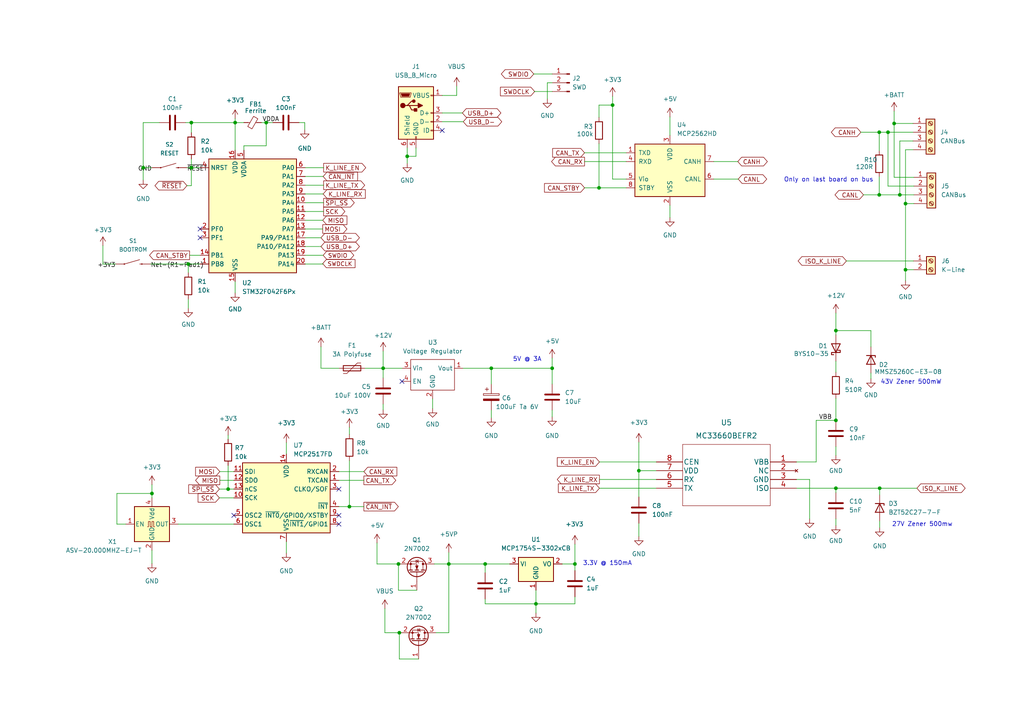
<source format=kicad_sch>
(kicad_sch (version 20211123) (generator eeschema)
  (paper "A4")
  (title_block (title "CANBus K-Line Bridge") (date "2023-03-05") (rev "1.0") (company "Gavin Hurlbut"))
  (lib_symbols
    (symbol "+BATT_1" (power) (pin_names (offset 0))
      (property "Value" "+BATT_1" (at 0 3.556 0))
      (symbol "+BATT_1_1_1"
        (pin power_in line (at 0 0 90) (length 0) hide (name "+BATT") (number "1"))
      )
    )
    (symbol "Beirdo:MOMENTARY-SWITCH-SPST-PTH-6.0MM" (pin_numbers hide) (pin_names (offset 1.016) hide)
      (property "Reference" "S1" (at 0 6.731 0))
      (property "Value" "MOMENTARY-SWITCH-SPST-PTH-6.0MM" (at 0 4.191 0))
      (symbol "MOMENTARY-SWITCH-SPST-PTH-6.0MM_1_1"
        (pin passive line (at -5.08 0 0) (length 2.54) (name "1") (number "1"))
        (pin passive line (at -5.08 -1.27 0) (length 2.54) hide (name "1") (number "2"))
        (pin passive line (at 5.08 0 180) (length 2.54) (name "2") (number "3"))
        (pin passive line (at 5.08 -1.27 180) (length 2.54) hide (name "2") (number "4"))
      )
    )
    (symbol "Beirdo:Switching_Regulator_Module"
      (property "Reference" "U?" (at 0 5.08 0))
      (property "Value" "Switching_Regulator_Module" (at 0 2.54 0))
      (symbol "Switching_Regulator_Module_1_1"
        (pin power_out line (at 8.89 -2.54 180) (length 2.54) (name "Vout") (number "1"))
        (pin passive line (at 0 -11.43 90) (length 2.54) (name "GND") (number "2"))
        (pin power_in line (at -8.89 -2.54 0) (length 2.54) (name "Vin") (number "3"))
        (pin input line (at -8.89 -6.35 0) (length 2.54) (name "EN") (number "4"))
      )
    )
    (symbol "Connector:Conn_01x03_Male" (pin_names (offset 1.016) hide)
      (property "Reference" "J" (at 0 5.08 0))
      (property "Value" "Conn_01x03_Male" (at 0 -5.08 0))
      (symbol "Conn_01x03_Male_1_1"
        (pin passive line (at 5.08 2.54 180) (length 3.81) (name "Pin_1") (number "1"))
        (pin passive line (at 5.08 0 180) (length 3.81) (name "Pin_2") (number "2"))
        (pin passive line (at 5.08 -2.54 180) (length 3.81) (name "Pin_3") (number "3"))
      )
    )
    (symbol "Connector:Screw_Terminal_01x02" (pin_names (offset 1.016) hide)
      (property "Reference" "J" (at 0 2.54 0))
      (property "Value" "Screw_Terminal_01x02" (at 0 -5.08 0))
      (symbol "Screw_Terminal_01x02_1_1"
        (pin passive line (at -5.08 0 0) (length 3.81) (name "Pin_1") (number "1"))
        (pin passive line (at -5.08 -2.54 0) (length 3.81) (name "Pin_2") (number "2"))
      )
    )
    (symbol "Connector:Screw_Terminal_01x04" (pin_names (offset 1.016) hide)
      (property "Reference" "J" (at 0 5.08 0))
      (property "Value" "Screw_Terminal_01x04" (at 0 -7.62 0))
      (symbol "Screw_Terminal_01x04_1_1"
        (pin passive line (at -5.08 2.54 0) (length 3.81) (name "Pin_1") (number "1"))
        (pin passive line (at -5.08 0 0) (length 3.81) (name "Pin_2") (number "2"))
        (pin passive line (at -5.08 -2.54 0) (length 3.81) (name "Pin_3") (number "3"))
        (pin passive line (at -5.08 -5.08 0) (length 3.81) (name "Pin_4") (number "4"))
      )
    )
    (symbol "Connector:USB_B_Micro" (pin_names (offset 1.016))
      (property "Reference" "J" (at -5.08 11.43 0))
      (property "Value" "USB_B_Micro" (at -5.08 8.89 0))
      (symbol "USB_B_Micro_1_1"
        (pin power_out line (at 7.62 5.08 180) (length 2.54) (name "VBUS") (number "1"))
        (pin bidirectional line (at 7.62 -2.54 180) (length 2.54) (name "D-") (number "2"))
        (pin bidirectional line (at 7.62 0 180) (length 2.54) (name "D+") (number "3"))
        (pin passive line (at 7.62 -5.08 180) (length 2.54) (name "ID") (number "4"))
        (pin power_out line (at 0 -10.16 90) (length 2.54) (name "GND") (number "5"))
        (pin passive line (at -2.54 -10.16 90) (length 2.54) (name "Shield") (number "6"))
      )
    )
    (symbol "Device:C" (pin_numbers hide) (pin_names (offset 0.254))
      (property "Reference" "C" (at 0.635 2.54 0))
      (property "Value" "C" (at 0.635 -2.54 0))
      (symbol "C_1_1"
        (pin passive line (at 0 3.81 270) (length 2.794) (name "~") (number "1"))
        (pin passive line (at 0 -3.81 90) (length 2.794) (name "~") (number "2"))
      )
    )
    (symbol "Device:C_Polarized" (pin_numbers hide) (pin_names (offset 0.254))
      (property "Reference" "C" (at 0.635 2.54 0))
      (property "Value" "C_Polarized" (at 0.635 -2.54 0))
      (symbol "C_Polarized_1_1"
        (pin passive line (at 0 3.81 270) (length 2.794) (name "~") (number "1"))
        (pin passive line (at 0 -3.81 90) (length 2.794) (name "~") (number "2"))
      )
    )
    (symbol "Device:D_Schottky" (pin_numbers hide) (pin_names (offset 1.016) hide)
      (property "Reference" "D" (at 0 2.54 0))
      (property "Value" "D_Schottky" (at 0 -2.54 0))
      (symbol "D_Schottky_1_1"
        (pin passive line (at -3.81 0 0) (length 2.54) (name "K") (number "1"))
        (pin passive line (at 3.81 0 180) (length 2.54) (name "A") (number "2"))
      )
    )
    (symbol "Device:D_Zener" (pin_numbers hide) (pin_names (offset 1.016) hide)
      (property "Reference" "D" (at 0 2.54 0))
      (property "Value" "D_Zener" (at 0 -2.54 0))
      (symbol "D_Zener_1_1"
        (pin passive line (at -3.81 0 0) (length 2.54) (name "K") (number "1"))
        (pin passive line (at 3.81 0 180) (length 2.54) (name "A") (number "2"))
      )
    )
    (symbol "Device:FerriteBead_Small" (pin_numbers hide) (pin_names (offset 0))
      (property "Reference" "FB" (at 1.905 1.27 0))
      (property "Value" "FerriteBead_Small" (at 1.905 -1.27 0))
      (symbol "FerriteBead_Small_1_1"
        (pin passive line (at 0 2.54 270) (length 1.27) (name "~") (number "1"))
        (pin passive line (at 0 -2.54 90) (length 1.27) (name "~") (number "2"))
      )
    )
    (symbol "Device:Polyfuse" (pin_numbers hide) (pin_names (offset 0))
      (property "Reference" "F" (at -2.54 0 90))
      (property "Value" "Polyfuse" (at 2.54 0 90))
      (symbol "Polyfuse_1_1"
        (pin passive line (at 0 3.81 270) (length 1.27) (name "~") (number "1"))
        (pin passive line (at 0 -3.81 90) (length 1.27) (name "~") (number "2"))
      )
    )
    (symbol "Device:R" (pin_numbers hide) (pin_names (offset 0))
      (property "Reference" "R" (at 2.032 0 90))
      (property "Value" "R" (at 0 0 90))
      (symbol "R_1_1"
        (pin passive line (at 0 3.81 270) (length 1.27) (name "~") (number "1"))
        (pin passive line (at 0 -3.81 90) (length 1.27) (name "~") (number "2"))
      )
    )
    (symbol "Interface_CAN_LIN:MCP2517FD-xSL"
      (property "Reference" "U" (at -12.7 12.7 0))
      (property "Value" "MCP2517FD-xSL" (at 2.54 12.7 0))
      (symbol "MCP2517FD-xSL_1_1"
        (pin output line (at 15.24 5.08 180) (length 2.54) (name "TXCAN") (number "1"))
        (pin input line (at -15.24 0 0) (length 2.54) (name "SCK") (number "10"))
        (pin input line (at -15.24 7.62 0) (length 2.54) (name "SDI") (number "11"))
        (pin output line (at -15.24 5.08 0) (length 2.54) (name "SDO") (number "12"))
        (pin input line (at -15.24 2.54 0) (length 2.54) (name "nCS") (number "13"))
        (pin power_in line (at 0 12.7 270) (length 2.54) (name "VDD") (number "14"))
        (pin input line (at 15.24 7.62 180) (length 2.54) (name "RXCAN") (number "2"))
        (pin output line (at 15.24 2.54 180) (length 2.54) (name "CLKO/SOF") (number "3"))
        (pin output line (at 15.24 -2.54 180) (length 2.54) (name "~{INT}") (number "4"))
        (pin output line (at -15.24 -5.08 0) (length 2.54) (name "OSC2") (number "5"))
        (pin input line (at -15.24 -7.62 0) (length 2.54) (name "OSC1") (number "6"))
        (pin power_in line (at 0 -12.7 90) (length 2.54) (name "VSS") (number "7"))
        (pin bidirectional line (at 15.24 -7.62 180) (length 2.54) (name "~{INT1}/GPIO1") (number "8"))
        (pin bidirectional line (at 15.24 -5.08 180) (length 2.54) (name "~{INT0}/GPIO0/XSTBY") (number "9"))
      )
    )
    (symbol "Interface_CAN_LIN:MCP2562-H-SN" (pin_names (offset 1.016))
      (property "Reference" "U" (at -10.16 8.89 0))
      (property "Value" "MCP2562-H-SN" (at 2.54 8.89 0))
      (symbol "MCP2562-H-SN_1_1"
        (pin input line (at -12.7 5.08 0) (length 2.54) (name "TXD") (number "1"))
        (pin power_in line (at 0 -10.16 90) (length 2.54) (name "VSS") (number "2"))
        (pin power_in line (at 0 10.16 270) (length 2.54) (name "VDD") (number "3"))
        (pin output line (at -12.7 2.54 0) (length 2.54) (name "RXD") (number "4"))
        (pin power_in line (at -12.7 -2.54 0) (length 2.54) (name "Vio") (number "5"))
        (pin bidirectional line (at 12.7 -2.54 180) (length 2.54) (name "CANL") (number "6"))
        (pin bidirectional line (at 12.7 2.54 180) (length 2.54) (name "CANH") (number "7"))
        (pin input line (at -12.7 -5.08 0) (length 2.54) (name "STBY") (number "8"))
      )
    )
    (symbol "MC33660BEFR2_1" (pin_names (offset 0.254))
      (property "Reference" "U" (at 20.32 10.16 0))
      (property "Value" "MC33660BEFR2_1" (at 20.32 7.62 0))
      (symbol "MC33660BEFR2_1_1_1"
        (pin power_in line (at 0 0 0) (length 7.62) (name "VBB") (number "1"))
        (pin no_connect line (at 0 -2.54 0) (length 7.62) (name "NC") (number "2"))
        (pin power_in line (at 0 -5.08 0) (length 7.62) (name "GND") (number "3"))
        (pin bidirectional line (at 0 -7.62 0) (length 7.62) (name "ISO") (number "4"))
        (pin input line (at 40.64 -7.62 180) (length 7.62) (name "TX") (number "5"))
        (pin output line (at 40.64 -5.08 180) (length 7.62) (name "RX") (number "6"))
        (pin power_in line (at 40.64 -2.54 180) (length 7.62) (name "VDD") (number "7"))
        (pin input line (at 40.64 0 180) (length 7.62) (name "CEN") (number "8"))
      )
    )
    (symbol "MCU_ST_STM32F0:STM32F042F6Px"
      (property "Reference" "U" (at -12.7 16.51 0))
      (property "Value" "STM32F042F6Px" (at 0 16.51 0))
      (symbol "STM32F042F6Px_1_1"
        (pin bidirectional line (at -15.24 -15.24 0) (length 2.54) (name "PB8") (number "1"))
        (pin bidirectional line (at 15.24 2.54 180) (length 2.54) (name "PA4") (number "10"))
        (pin bidirectional line (at 15.24 0 180) (length 2.54) (name "PA5") (number "11"))
        (pin bidirectional line (at 15.24 -2.54 180) (length 2.54) (name "PA6") (number "12"))
        (pin bidirectional line (at 15.24 -5.08 180) (length 2.54) (name "PA7") (number "13"))
        (pin bidirectional line (at -15.24 -12.7 0) (length 2.54) (name "PB1") (number "14"))
        (pin power_in line (at -5.08 -20.32 90) (length 2.54) (name "VSS") (number "15"))
        (pin power_in line (at -5.08 17.78 270) (length 2.54) (name "VDD") (number "16"))
        (pin bidirectional line (at 15.24 -7.62 180) (length 2.54) (name "PA9/PA11") (number "17"))
        (pin bidirectional line (at 15.24 -10.16 180) (length 2.54) (name "PA10/PA12") (number "18"))
        (pin bidirectional line (at 15.24 -12.7 180) (length 2.54) (name "PA13") (number "19"))
        (pin input line (at -15.24 -5.08 0) (length 2.54) (name "PF0") (number "2"))
        (pin bidirectional line (at 15.24 -15.24 180) (length 2.54) (name "PA14") (number "20"))
        (pin input line (at -15.24 -7.62 0) (length 2.54) (name "PF1") (number "3"))
        (pin input line (at -15.24 12.7 0) (length 2.54) (name "NRST") (number "4"))
        (pin power_in line (at -2.54 17.78 270) (length 2.54) (name "VDDA") (number "5"))
        (pin bidirectional line (at 15.24 12.7 180) (length 2.54) (name "PA0") (number "6"))
        (pin bidirectional line (at 15.24 10.16 180) (length 2.54) (name "PA1") (number "7"))
        (pin bidirectional line (at 15.24 7.62 180) (length 2.54) (name "PA2") (number "8"))
        (pin bidirectional line (at 15.24 5.08 180) (length 2.54) (name "PA3") (number "9"))
      )
    )
    (symbol "Oscillator:ASV-xxxMHz" (pin_names (offset 0.254))
      (property "Reference" "X" (at -5.08 6.35 0))
      (property "Value" "ASV-xxxMHz" (at 1.27 -6.35 0))
      (symbol "ASV-xxxMHz_1_1"
        (pin input line (at -7.62 0 0) (length 2.54) (name "EN") (number "1"))
        (pin power_in line (at 0 -7.62 90) (length 2.54) (name "GND") (number "2"))
        (pin output line (at 7.62 0 180) (length 2.54) (name "OUT") (number "3"))
        (pin power_in line (at 0 7.62 270) (length 2.54) (name "Vdd") (number "4"))
      )
    )
    (symbol "Regulator_Linear:MCP1754S-3302xCB"
      (property "Reference" "U" (at -3.81 3.175 0))
      (property "Value" "MCP1754S-3302xCB" (at -0.635 3.175 0))
      (symbol "MCP1754S-3302xCB_1_1"
        (pin power_in line (at 0 -7.62 90) (length 2.54) (name "GND") (number "1"))
        (pin power_out line (at 7.62 0 180) (length 2.54) (name "VO") (number "2"))
        (pin power_in line (at -7.62 0 0) (length 2.54) (name "VI") (number "3"))
      )
    )
    (symbol "Transistor_FET:2N7002" (pin_names hide)
      (property "Reference" "Q" (at 5.08 1.905 0))
      (property "Value" "2N7002" (at 5.08 0 0))
      (symbol "2N7002_1_1"
        (pin input line (at -5.08 0 0) (length 2.54) (name "G") (number "1"))
        (pin passive line (at 2.54 -5.08 90) (length 2.54) (name "S") (number "2"))
        (pin passive line (at 2.54 5.08 270) (length 2.54) (name "D") (number "3"))
      )
    )
    (symbol "power:+12V" (power) (pin_names (offset 0))
      (property "Value" "+12V" (at 0 3.556 0))
      (symbol "+12V_1_1"
        (pin power_in line (at 0 0 90) (length 0) hide (name "+12V") (number "1"))
      )
    )
    (symbol "power:+3V3" (power) (pin_names (offset 0))
      (property "Value" "+3V3" (at 0 3.556 0))
      (symbol "+3V3_1_1"
        (pin power_in line (at 0 0 90) (length 0) hide (name "+3V3") (number "1"))
      )
    )
    (symbol "power:+5V" (power) (pin_names (offset 0))
      (property "Value" "+5V" (at 0 3.556 0))
      (symbol "+5V_1_1"
        (pin power_in line (at 0 0 90) (length 0) hide (name "+5V") (number "1"))
      )
    )
    (symbol "power:+5VP" (power) (pin_names (offset 0))
      (property "Value" "+5VP" (at 0 3.556 0))
      (symbol "+5VP_1_1"
        (pin power_in line (at 0 0 90) (length 0) hide (name "+5VP") (number "1"))
      )
    )
    (symbol "power:+BATT" (power) (pin_names (offset 0))
      (property "Value" "+BATT" (at 0 3.556 0))
      (symbol "+BATT_1_1"
        (pin power_in line (at 0 0 90) (length 0) hide (name "+BATT") (number "1"))
      )
    )
    (symbol "power:GND" (power) (pin_names (offset 0))
      (property "Value" "GND" (at 0 -3.81 0))
      (symbol "GND_1_1"
        (pin power_in line (at 0 0 270) (length 0) hide (name "GND") (number "1"))
      )
    )
    (symbol "power:VBUS" (power) (pin_names (offset 0))
      (property "Value" "VBUS" (at 0 3.81 0))
      (symbol "VBUS_1_1"
        (pin power_in line (at 0 0 90) (length 0) hide (name "VBUS") (number "1"))
      )
    )
  )
  (junction (at 66.167 141.859))
  (junction (at 259.334 35.814))
  (junction (at 115.57 163.576))
  (junction (at 130.175 163.576))
  (junction (at 140.716 163.576))
  (junction (at 44.069 143.129))
  (junction (at 255.016 56.515))
  (junction (at 242.443 121.92))
  (junction (at 255.016 38.354))
  (junction (at 55.499 48.641))
  (junction (at 262.636 59.055))
  (junction (at 260.985 56.515))
  (junction (at 155.448 175.133))
  (junction (at 160.147 106.807))
  (junction (at 54.61 76.581))
  (junction (at 77.216 35.56))
  (junction (at 185.293 136.525))
  (junction (at 257.556 38.354))
  (junction (at 41.529 48.641))
  (junction (at 142.494 106.807))
  (junction (at 177.673 30.48))
  (junction (at 55.499 35.56))
  (junction (at 111.125 106.807))
  (junction (at 118.11 45.339))
  (junction (at 101.346 146.939))
  (junction (at 242.443 141.605))
  (junction (at 115.824 183.515))
  (junction (at 262.636 78.232))
  (junction (at 255.143 141.605))
  (junction (at 242.443 95.885))
  (junction (at 173.736 54.483))
  (junction (at 68.199 35.56))
  (junction (at 166.751 163.576))
  (no_connect (at 98.298 141.859))
  (no_connect (at 67.818 149.479))
  (no_connect (at 98.298 149.479))
  (no_connect (at 58.039 66.421))
  (no_connect (at 58.039 68.961))
  (no_connect (at 128.27 37.846))
  (no_connect (at 98.298 152.019))
  (no_connect (at 116.586 110.617))
  (wire (pts (xy 242.443 141.605) (xy 255.143 141.605)))
  (wire (pts (xy 259.334 51.435) (xy 265.049 51.435)))
  (wire (pts (xy 185.293 128.27) (xy 185.293 136.525)))
  (wire (pts (xy 128.27 32.766) (xy 134.112 32.766)))
  (wire (pts (xy 242.443 141.605) (xy 242.443 142.875)))
  (wire (pts (xy 33.909 152.019) (xy 33.909 143.129)))
  (wire (pts (xy 173.863 133.985) (xy 190.373 133.985)))
  (wire (pts (xy 77.216 35.56) (xy 79.121 35.56)))
  (wire (pts (xy 68.199 81.661) (xy 68.199 84.963)))
  (wire (pts (xy 44.069 48.641) (xy 41.529 48.641)))
  (wire (pts (xy 55.499 38.481) (xy 55.499 35.56)))
  (wire (pts (xy 231.013 133.985) (xy 236.728 133.985)))
  (wire (pts (xy 262.636 59.055) (xy 262.636 78.232)))
  (wire (pts (xy 260.985 56.515) (xy 265.049 56.515)))
  (wire (pts (xy 255.016 56.515) (xy 260.985 56.515)))
  (wire (pts (xy 44.069 143.129) (xy 44.069 144.399)))
  (wire (pts (xy 54.229 48.641) (xy 55.499 48.641)))
  (wire (pts (xy 36.449 152.019) (xy 33.909 152.019)))
  (wire (pts (xy 259.334 32.258) (xy 259.334 35.814)))
  (wire (pts (xy 101.346 133.604) (xy 101.346 146.939)))
  (wire (pts (xy 93.091 106.807) (xy 93.091 100.584)))
  (wire (pts (xy 140.716 173.736) (xy 140.716 175.133)))
  (wire (pts (xy 55.499 46.101) (xy 55.499 48.641)))
  (wire (pts (xy 88.519 48.641) (xy 93.853 48.641)))
  (wire (pts (xy 105.918 106.807) (xy 111.125 106.807)))
  (wire (pts (xy 173.863 141.605) (xy 190.373 141.605)))
  (wire (pts (xy 242.443 95.885) (xy 242.443 97.155)))
  (wire (pts (xy 44.069 159.639) (xy 44.069 163.449)))
  (wire (pts (xy 93.599 76.581) (xy 93.599 76.454)))
  (wire (pts (xy 154.94 26.543) (xy 160.147 26.543)))
  (wire (pts (xy 68.199 34.417) (xy 68.199 35.56)))
  (wire (pts (xy 33.909 143.129) (xy 44.069 143.129)))
  (wire (pts (xy 41.529 35.56) (xy 46.228 35.56)))
  (wire (pts (xy 41.529 48.641) (xy 41.529 52.197)))
  (wire (pts (xy 132.461 27.686) (xy 132.461 25.019)))
  (wire (pts (xy 101.346 123.952) (xy 101.346 125.984)))
  (wire (pts (xy 140.716 163.576) (xy 140.716 166.116)))
  (wire (pts (xy 166.751 163.576) (xy 166.751 165.481)))
  (wire (pts (xy 66.167 126.238) (xy 66.167 127.381)))
  (wire (pts (xy 88.519 68.961) (xy 93.091 68.961)))
  (wire (pts (xy 115.824 191.135) (xy 115.824 183.515)))
  (wire (pts (xy 54.61 76.581) (xy 58.039 76.581)))
  (wire (pts (xy 158.75 28.702) (xy 158.75 24.003)))
  (wire (pts (xy 231.013 141.605) (xy 242.443 141.605)))
  (wire (pts (xy 66.167 141.859) (xy 67.818 141.859)))
  (wire (pts (xy 155.448 175.133) (xy 166.751 175.133)))
  (wire (pts (xy 185.293 136.525) (xy 185.293 144.145)))
  (wire (pts (xy 51.689 152.019) (xy 67.818 152.019)))
  (wire (pts (xy 160.147 106.807) (xy 160.147 111.379)))
  (wire (pts (xy 120.65 45.339) (xy 118.11 45.339)))
  (wire (pts (xy 83.058 128.397) (xy 83.058 131.699)))
  (wire (pts (xy 155.448 175.133) (xy 155.448 177.8)))
  (wire (pts (xy 83.058 157.099) (xy 83.058 160.401)))
  (wire (pts (xy 264.795 40.894) (xy 260.985 40.894)))
  (wire (pts (xy 70.739 42.291) (xy 77.216 42.291)))
  (wire (pts (xy 173.736 54.483) (xy 169.545 54.483)))
  (wire (pts (xy 177.673 30.48) (xy 177.673 27.94)))
  (wire (pts (xy 44.069 143.129) (xy 44.069 140.589)))
  (wire (pts (xy 242.443 150.495) (xy 242.443 152.4)))
  (wire (pts (xy 173.736 41.656) (xy 173.736 54.483)))
  (wire (pts (xy 63.754 139.319) (xy 67.818 139.319)))
  (wire (pts (xy 242.443 115.57) (xy 242.443 121.92)))
  (wire (pts (xy 160.147 118.999) (xy 160.147 120.904)))
  (wire (pts (xy 115.57 171.196) (xy 115.57 163.576)))
  (wire (pts (xy 88.519 63.881) (xy 93.599 63.881)))
  (wire (pts (xy 98.298 146.939) (xy 101.346 146.939)))
  (wire (pts (xy 265.049 53.975) (xy 257.556 53.975)))
  (wire (pts (xy 255.016 51.308) (xy 255.016 56.515)))
  (wire (pts (xy 264.922 78.232) (xy 262.636 78.232)))
  (wire (pts (xy 98.298 106.807) (xy 93.091 106.807)))
  (wire (pts (xy 252.603 108.204) (xy 252.603 109.855)))
  (wire (pts (xy 134.366 106.807) (xy 142.494 106.807)))
  (wire (pts (xy 111.633 183.515) (xy 115.824 183.515)))
  (wire (pts (xy 181.61 51.943) (xy 177.673 51.943)))
  (wire (pts (xy 88.519 74.041) (xy 93.726 74.041)))
  (wire (pts (xy 245.491 75.692) (xy 264.922 75.692)))
  (wire (pts (xy 169.545 46.863) (xy 181.61 46.863)))
  (wire (pts (xy 259.334 35.814) (xy 264.795 35.814)))
  (wire (pts (xy 262.636 59.055) (xy 265.049 59.055)))
  (wire (pts (xy 242.443 129.54) (xy 242.443 132.08)))
  (wire (pts (xy 260.985 40.894) (xy 260.985 56.515)))
  (wire (pts (xy 109.347 157.48) (xy 109.347 163.576)))
  (wire (pts (xy 77.216 35.56) (xy 75.819 35.56)))
  (wire (pts (xy 262.636 43.434) (xy 262.636 59.055)))
  (wire (pts (xy 130.175 163.576) (xy 140.716 163.576)))
  (wire (pts (xy 109.347 163.576) (xy 115.57 163.576)))
  (wire (pts (xy 158.75 24.003) (xy 160.147 24.003)))
  (wire (pts (xy 242.443 95.885) (xy 252.603 95.885)))
  (wire (pts (xy 88.392 37.592) (xy 88.392 35.56)))
  (wire (pts (xy 236.728 121.92) (xy 242.443 121.92)))
  (wire (pts (xy 257.556 38.354) (xy 264.795 38.354)))
  (wire (pts (xy 181.61 54.483) (xy 173.736 54.483)))
  (wire (pts (xy 185.293 151.765) (xy 185.293 155.575)))
  (wire (pts (xy 88.392 35.56) (xy 86.741 35.56)))
  (wire (pts (xy 88.519 76.581) (xy 93.599 76.581)))
  (wire (pts (xy 98.298 139.319) (xy 105.537 139.319)))
  (wire (pts (xy 259.334 35.814) (xy 259.334 51.435)))
  (wire (pts (xy 126.492 183.515) (xy 130.175 183.515)))
  (wire (pts (xy 140.716 175.133) (xy 155.448 175.133)))
  (wire (pts (xy 185.293 136.525) (xy 190.373 136.525)))
  (wire (pts (xy 262.636 78.232) (xy 262.636 81.407)))
  (wire (pts (xy 63.627 141.859) (xy 66.167 141.859)))
  (wire (pts (xy 77.216 42.291) (xy 77.216 35.56)))
  (wire (pts (xy 66.167 135.001) (xy 66.167 141.859)))
  (wire (pts (xy 250.444 56.515) (xy 255.016 56.515)))
  (wire (pts (xy 118.11 45.339) (xy 118.11 42.926)))
  (wire (pts (xy 70.739 42.291) (xy 70.739 43.561)))
  (wire (pts (xy 130.175 160.274) (xy 130.175 163.576)))
  (wire (pts (xy 249.682 38.354) (xy 255.016 38.354)))
  (wire (pts (xy 98.298 136.779) (xy 105.537 136.779)))
  (wire (pts (xy 29.845 71.247) (xy 29.845 76.581)))
  (wire (pts (xy 111.125 106.807) (xy 111.125 109.601)))
  (wire (pts (xy 115.57 163.576) (xy 115.824 163.576)))
  (wire (pts (xy 55.499 35.56) (xy 68.199 35.56)))
  (wire (pts (xy 88.519 71.501) (xy 93.091 71.501)))
  (wire (pts (xy 54.61 86.741) (xy 54.61 89.408)))
  (wire (pts (xy 194.31 59.563) (xy 194.31 63.119)))
  (wire (pts (xy 88.519 56.261) (xy 93.726 56.261)))
  (wire (pts (xy 140.716 163.576) (xy 147.828 163.576)))
  (wire (pts (xy 93.853 58.801) (xy 88.519 58.801)))
  (wire (pts (xy 63.627 144.399) (xy 67.818 144.399)))
  (wire (pts (xy 55.499 48.641) (xy 58.039 48.641)))
  (wire (pts (xy 166.751 173.101) (xy 166.751 175.133)))
  (wire (pts (xy 236.728 133.985) (xy 236.728 121.92)))
  (wire (pts (xy 88.519 61.341) (xy 93.853 61.341)))
  (wire (pts (xy 111.125 117.221) (xy 111.125 118.872)))
  (wire (pts (xy 173.736 30.48) (xy 177.673 30.48)))
  (wire (pts (xy 255.143 141.605) (xy 265.938 141.605)))
  (wire (pts (xy 234.823 150.495) (xy 234.823 139.065)))
  (wire (pts (xy 234.823 139.065) (xy 231.013 139.065)))
  (wire (pts (xy 101.346 146.939) (xy 105.537 146.939)))
  (wire (pts (xy 29.845 76.581) (xy 33.528 76.581)))
  (wire (pts (xy 55.499 48.641) (xy 55.499 53.848)))
  (wire (pts (xy 166.751 157.861) (xy 166.751 163.576)))
  (wire (pts (xy 255.016 43.688) (xy 255.016 38.354)))
  (wire (pts (xy 173.736 34.036) (xy 173.736 30.48)))
  (wire (pts (xy 160.147 103.886) (xy 160.147 106.807)))
  (wire (pts (xy 142.494 118.999) (xy 142.494 121.158)))
  (wire (pts (xy 118.11 47.371) (xy 118.11 45.339)))
  (wire (pts (xy 68.199 35.56) (xy 68.199 43.561)))
  (wire (pts (xy 120.904 171.196) (xy 115.57 171.196)))
  (wire (pts (xy 130.175 183.515) (xy 130.175 163.576)))
  (wire (pts (xy 54.229 53.848) (xy 55.499 53.848)))
  (wire (pts (xy 242.443 104.775) (xy 242.443 107.95)))
  (wire (pts (xy 181.61 44.323) (xy 169.545 44.323)))
  (wire (pts (xy 255.016 38.354) (xy 257.556 38.354)))
  (wire (pts (xy 54.61 79.121) (xy 54.61 76.581)))
  (wire (pts (xy 63.754 136.779) (xy 67.818 136.779)))
  (wire (pts (xy 88.519 51.181) (xy 93.726 51.181)))
  (wire (pts (xy 111.125 106.807) (xy 116.586 106.807)))
  (wire (pts (xy 88.519 53.721) (xy 93.853 53.721)))
  (wire (pts (xy 194.31 33.909) (xy 194.31 39.243)))
  (wire (pts (xy 125.476 115.697) (xy 125.476 118.491)))
  (wire (pts (xy 120.65 42.926) (xy 120.65 45.339)))
  (wire (pts (xy 142.494 106.807) (xy 160.147 106.807)))
  (wire (pts (xy 207.01 46.863) (xy 213.995 46.863)))
  (wire (pts (xy 88.519 66.421) (xy 93.599 66.421)))
  (wire (pts (xy 252.603 100.584) (xy 252.603 95.885)))
  (wire (pts (xy 70.739 35.56) (xy 68.199 35.56)))
  (wire (pts (xy 121.412 191.135) (xy 115.824 191.135)))
  (wire (pts (xy 54.61 76.581) (xy 43.688 76.581)))
  (wire (pts (xy 54.991 74.041) (xy 58.039 74.041)))
  (wire (pts (xy 255.143 151.13) (xy 255.143 153.035)))
  (wire (pts (xy 128.27 35.306) (xy 134.366 35.306)))
  (wire (pts (xy 264.795 43.434) (xy 262.636 43.434)))
  (wire (pts (xy 41.529 35.56) (xy 41.529 48.641)))
  (wire (pts (xy 207.01 51.943) (xy 214.122 51.943)))
  (wire (pts (xy 255.143 141.605) (xy 255.143 143.51)))
  (wire (pts (xy 111.125 101.854) (xy 111.125 106.807)))
  (wire (pts (xy 173.863 139.065) (xy 190.373 139.065)))
  (wire (pts (xy 154.813 21.463) (xy 160.147 21.463)))
  (wire (pts (xy 111.633 176.53) (xy 111.633 183.515)))
  (wire (pts (xy 142.494 106.807) (xy 142.494 111.379)))
  (wire (pts (xy 242.443 90.805) (xy 242.443 95.885)))
  (wire (pts (xy 53.848 35.56) (xy 55.499 35.56)))
  (wire (pts (xy 163.068 163.576) (xy 166.751 163.576)))
  (wire (pts (xy 125.984 163.576) (xy 130.175 163.576)))
  (wire (pts (xy 128.27 27.686) (xy 132.461 27.686)))
  (wire (pts (xy 115.824 183.515) (xy 116.332 183.515)))
  (wire (pts (xy 155.448 171.196) (xy 155.448 175.133)))
  (wire (pts (xy 257.556 53.975) (xy 257.556 38.354)))
  (wire (pts (xy 177.673 51.943) (xy 177.673 30.48)))
  (text "5V @ 3A" (at 157.099 105.029 180) (effects (font (size 1.27 1.27)) (justify right bottom)))
  (text "Only on last board on bus" (at 253.365 52.959 180) (effects (font (size 1.27 1.27)) (justify right bottom)))
  (text "27V Zener 500mw" (at 258.699 152.908 0) (effects (font (size 1.27 1.27)) (justify left bottom)))
  (text "3.3V @ 150mA" (at 169.037 164.211 0) (effects (font (size 1.27 1.27)) (justify left bottom)))
  (text "43V Zener 500mW" (at 255.397 111.633 0) (effects (font (size 1.27 1.27)) (justify left bottom)))
  (label "VBB" (at 237.49 121.92 0))
  (label "GND" (at 44.069 49.911 180))
  (label "~{RESET}" (at 54.229 49.911 0))
  (label "VDDA" (at 76.073 35.56 0))
  (label "+3V3" (at 33.528 77.851 180))
  (label "Net-(R1-Pad1)" (at 43.688 77.851 0))
  (global_label "ISO_K_LINE" (shape bidirectional) (at 265.938 141.605 0) (property "Intersheet References" "${INTERSHEET_REFS}" (effects hide)))
  (global_label "~{CAN_INT}" (shape output) (at 105.537 146.939 0) (property "Intersheet References" "${INTERSHEET_REFS}" (effects hide)))
  (global_label "CANH" (shape bidirectional) (at 213.995 46.863 0) (property "Intersheet References" "${INTERSHEET_REFS}" (effects hide)))
  (global_label "MOSI" (shape input) (at 63.754 136.779 180) (property "Intersheet References" "${INTERSHEET_REFS}" (effects hide)))
  (global_label "SCK" (shape output) (at 93.853 61.341 0) (property "Intersheet References" "${INTERSHEET_REFS}" (effects hide)))
  (global_label "USB_D-" (shape bidirectional) (at 134.366 35.306 0) (property "Intersheet References" "${INTERSHEET_REFS}" (effects hide)))
  (global_label "CAN_RX" (shape input) (at 105.537 136.779 0) (property "Intersheet References" "${INTERSHEET_REFS}" (effects hide)))
  (global_label "CAN_STBY" (shape input) (at 169.545 54.483 180) (property "Intersheet References" "${INTERSHEET_REFS}" (effects hide)))
  (global_label "K_LINE_TX" (shape input) (at 173.863 141.605 180) (property "Intersheet References" "${INTERSHEET_REFS}" (effects hide)))
  (global_label "MISO" (shape output) (at 63.754 139.319 180) (property "Intersheet References" "${INTERSHEET_REFS}" (effects hide)))
  (global_label "K_LINE_RX" (shape output) (at 173.863 139.065 180) (property "Intersheet References" "${INTERSHEET_REFS}" (effects hide)))
  (global_label "K_LINE_EN" (shape output) (at 93.853 48.641 0) (property "Intersheet References" "${INTERSHEET_REFS}" (effects hide)))
  (global_label "USB_D+" (shape bidirectional) (at 134.112 32.766 0) (property "Intersheet References" "${INTERSHEET_REFS}" (effects hide)))
  (global_label "USB_D-" (shape bidirectional) (at 93.091 68.961 0) (property "Intersheet References" "${INTERSHEET_REFS}" (effects hide)))
  (global_label "MOSI" (shape output) (at 93.599 66.421 0) (property "Intersheet References" "${INTERSHEET_REFS}" (effects hide)))
  (global_label "CANH" (shape bidirectional) (at 249.682 38.354 180) (property "Intersheet References" "${INTERSHEET_REFS}" (effects hide)))
  (global_label "~{RESET}" (shape bidirectional) (at 54.229 53.848 180) (property "Intersheet References" "${INTERSHEET_REFS}" (effects hide)))
  (global_label "CANL" (shape bidirectional) (at 250.444 56.515 180) (property "Intersheet References" "${INTERSHEET_REFS}" (effects hide)))
  (global_label "SWDCLK" (shape input) (at 155.067 26.543 180) (property "Intersheet References" "${INTERSHEET_REFS}" (effects hide)))
  (global_label "K_LINE_RX" (shape input) (at 93.726 56.261 0) (property "Intersheet References" "${INTERSHEET_REFS}" (effects hide)))
  (global_label "~{SPI_SS}" (shape output) (at 93.853 58.801 0) (property "Intersheet References" "${INTERSHEET_REFS}" (effects hide)))
  (global_label "MISO" (shape input) (at 93.599 63.881 0) (property "Intersheet References" "${INTERSHEET_REFS}" (effects hide)))
  (global_label "ISO_K_LINE" (shape bidirectional) (at 245.491 75.692 180) (property "Intersheet References" "${INTERSHEET_REFS}" (effects hide)))
  (global_label "~{SPI_SS}" (shape input) (at 63.627 141.859 180) (property "Intersheet References" "${INTERSHEET_REFS}" (effects hide)))
  (global_label "K_LINE_TX" (shape output) (at 93.853 53.721 0) (property "Intersheet References" "${INTERSHEET_REFS}" (effects hide)))
  (global_label "CANL" (shape bidirectional) (at 214.122 51.943 0) (property "Intersheet References" "${INTERSHEET_REFS}" (effects hide)))
  (global_label "~{CAN_INT}" (shape input) (at 93.726 51.181 0) (property "Intersheet References" "${INTERSHEET_REFS}" (effects hide)))
  (global_label "CAN_TX" (shape input) (at 169.545 44.323 180) (property "Intersheet References" "${INTERSHEET_REFS}" (effects hide)))
  (global_label "SWDCLK" (shape input) (at 93.599 76.454 0) (effects (font (size 1.2 1.2))) (property "Intersheet References" "${INTERSHEET_REFS}" (effects hide)))
  (global_label "CAN_STBY" (shape output) (at 54.991 74.041 180) (property "Intersheet References" "${INTERSHEET_REFS}" (effects hide)))
  (global_label "CAN_RX" (shape output) (at 169.545 46.863 180) (property "Intersheet References" "${INTERSHEET_REFS}" (effects hide)))
  (global_label "SWDIO" (shape bidirectional) (at 154.813 21.463 180) (property "Intersheet References" "${INTERSHEET_REFS}" (effects hide)))
  (global_label "USB_D+" (shape bidirectional) (at 93.091 71.501 0) (property "Intersheet References" "${INTERSHEET_REFS}" (effects hide)))
  (global_label "SWDIO" (shape bidirectional) (at 93.726 74.041 0) (effects (font (size 1.2 1.2))) (property "Intersheet References" "${INTERSHEET_REFS}" (effects hide)))
  (global_label "CAN_TX" (shape output) (at 105.537 139.319 0) (property "Intersheet References" "${INTERSHEET_REFS}" (effects hide)))
  (global_label "K_LINE_EN" (shape input) (at 173.863 133.985 180) (property "Intersheet References" "${INTERSHEET_REFS}" (effects hide)))
  (global_label "SCK" (shape input) (at 63.627 144.399 180) (property "Intersheet References" "${INTERSHEET_REFS}" (effects hide)))
  (symbol (lib_id "Connector:Screw_Terminal_01x02") (at 270.002 75.692 0) (unit 1)
    (property "Reference" "J6" (at 273.05 75.6919 0) (effects (justify left)))
    (property "Value" "K-Line" (at 273.05 78.2319 0) (effects (justify left)))
    (property "Footprint" "TerminalBlock_TE-Connectivity:TerminalBlock_TE_282834-2_1x02_P2.54mm_Horizontal" (effects hide))
  )
  (symbol (lib_id "Device:C") (at 82.931 35.56 90) (unit 1)
    (property "Reference" "C3" (at 82.931 28.702 90))
    (property "Value" "100nF" (at 82.931 31.242 90))
    (property "Footprint" "Capacitor_SMD:C_0805_2012Metric_Pad1.18x1.45mm_HandSolder" (effects hide))
  )
  (symbol (lib_id "Interface_CAN_LIN:MCP2562-H-SN") (at 194.31 49.403 0) (unit 1)
    (property "Reference" "U4" (at 196.3294 36.195 0) (effects (justify left)))
    (property "Value" "MCP2562HD" (at 196.3294 38.735 0) (effects (justify left)))
    (property "Footprint" "Package_SO:SOIC-8_3.9x4.9mm_P1.27mm" (effects hide))
    (property "Datasheet" "http://ww1.microchip.com/downloads/en/DeviceDoc/25167A.pdf" (effects hide))
  )
  (symbol (lib_id "Device:D_Zener") (at 252.603 104.394 270) (unit 1)
    (property "Reference" "D2" (at 254.889 105.791 90) (effects (justify left)))
    (property "Value" "MMSZ5260C-E3-08" (at 253.619 107.823 90) (effects (justify left)))
    (property "Footprint" "Diode_SMD:D_SOD-123" (effects hide))
  )
  (symbol (lib_id "Transistor_FET:2N7002") (at 121.412 186.055 270) (mirror x) (unit 1)
    (property "Reference" "Q2" (at 121.412 176.53 90))
    (property "Value" "2N7002" (at 121.412 179.07 90))
    (property "Footprint" "Package_TO_SOT_SMD:SOT-23" (effects hide))
    (property "Datasheet" "https://www.onsemi.com/pub/Collateral/NDS7002A-D.PDF" (effects hide))
  )
  (symbol (lib_id "power:GND") (at 54.61 89.408 0) (unit 1)
    (property "Reference" "#PWR08" (effects hide))
    (property "Value" "GND" (at 54.61 94.107 0))
  )
  (symbol (lib_id "power:GND") (at 125.476 118.491 0) (unit 1)
    (property "Reference" "#PWR018" (effects hide))
    (property "Value" "GND" (at 125.476 123.063 0))
  )
  (symbol (lib_id "Interface_CAN_LIN:MCP2517FD-xSL") (at 83.058 144.399 0) (unit 1)
    (property "Reference" "U7" (at 85.0774 129.159 0) (effects (justify left)))
    (property "Value" "MCP2517FD" (at 85.0774 131.699 0) (effects (justify left)))
    (property "Footprint" "Package_SO:SOIC-14_3.9x8.7mm_P1.27mm" (effects hide))
    (property "Datasheet" "https://ww1.microchip.com/downloads/en/DeviceDoc/20005688A.pdf" (effects hide))
  )
  (symbol (lib_id "Device:D_Schottky") (at 242.443 100.965 90) (unit 1)
    (property "Reference" "D1" (at 237.363 100.33 90) (effects (justify right)))
    (property "Value" "BYS10-35" (at 230.2002 102.5906 90) (effects (justify right)))
    (property "Footprint" "Diode_SMD:D_SMA_Handsoldering" (effects hide))
  )
  (symbol (lib_id "power:GND") (at 111.125 118.872 0) (unit 1)
    (property "Reference" "#PWR016" (effects hide))
    (property "Value" "GND" (at 111.125 123.444 0))
  )
  (symbol (lib_id "Device:R") (at 255.016 47.498 0) (unit 1)
    (property "Reference" "R10" (at 250.571 46.355 0) (effects (justify left)))
    (property "Value" "120R" (at 248.158 48.387 0) (effects (justify left)))
    (property "Footprint" "Resistor_SMD:R_0805_2012Metric_Pad1.20x1.40mm_HandSolder" (effects hide))
  )
  (symbol (lib_id "power:+3V3") (at 44.069 140.589 0) (unit 1)
    (property "Reference" "#PWR040" (effects hide))
    (property "Value" "+3V3" (at 44.069 135.509 0))
  )
  (symbol (lib_id "power:+3V3") (at 185.293 128.27 0) (unit 1)
    (property "Reference" "#PWR027" (effects hide))
    (property "Value" "+3V3" (at 185.293 122.555 0))
  )
  (symbol (lib_id "Connector:USB_B_Micro") (at 120.65 32.766 0) (unit 1)
    (property "Reference" "J1" (at 120.65 19.304 0))
    (property "Value" "USB_B_Micro" (at 120.65 21.844 0))
    (property "Footprint" "Connector_USB:USB_Micro-B_Amphenol_10118194_Horizontal" (effects hide))
  )
  (symbol (lib_id "Regulator_Linear:MCP1754S-3302xCB") (at 155.448 163.576 0) (unit 1)
    (property "Reference" "U1" (at 155.448 156.464 0))
    (property "Value" "MCP1754S-3302xCB" (at 155.448 159.004 0))
    (property "Footprint" "Package_TO_SOT_SMD:SOT-23" (effects hide))
    (property "Datasheet" "http://ww1.microchip.com/downloads/en/DeviceDoc/20002276C.pdf" (effects hide))
  )
  (symbol (lib_id "Beirdo:Switching_Regulator_Module") (at 125.476 104.267 0) (unit 1)
    (property "Reference" "U3" (at 125.476 99.314 0))
    (property "Value" "Voltage Regulator" (at 125.476 101.854 0))
    (property "Footprint" "Beirdo:Switching_Regulator_Module" (effects hide))
    (property "ASIN" "B08R6337QY" (effects hide))
  )
  (symbol (lib_id "power:GND") (at 185.293 155.575 0) (unit 1)
    (property "Reference" "#PWR028" (effects hide))
    (property "Value" "GND" (at 185.293 160.655 0))
  )
  (symbol (lib_id "Device:C") (at 50.038 35.56 90) (unit 1)
    (property "Reference" "C1" (at 50.038 28.702 90))
    (property "Value" "100nF" (at 50.038 31.242 90))
    (property "Footprint" "Capacitor_SMD:C_0805_2012Metric_Pad1.18x1.45mm_HandSolder" (effects hide))
  )
  (symbol (lib_id "power:+3V3") (at 166.751 157.861 0) (unit 1)
    (property "Reference" "#PWR012" (effects hide))
    (property "Value" "+3V3" (at 166.624 152.019 0))
  )
  (symbol (lib_id "power:GND") (at 234.823 150.495 0) (unit 1)
    (property "Reference" "#PWR029" (effects hide))
    (property "Value" "GND" (at 234.823 155.575 0))
  )
  (symbol (lib_id "Device:C") (at 140.716 169.926 0) (unit 1)
    (property "Reference" "C2" (at 144.653 168.6559 0) (effects (justify left)))
    (property "Value" "1uF" (at 144.653 171.1959 0) (effects (justify left)))
    (property "Footprint" "Capacitor_SMD:C_0805_2012Metric_Pad1.18x1.45mm_HandSolder" (effects hide))
  )
  (symbol (lib_id "power:+5VP") (at 130.175 160.274 0) (unit 1)
    (property "Reference" "#PWR06" (effects hide))
    (property "Value" "+5VP" (at 130.175 154.94 0))
  )
  (symbol (lib_id "power:GND") (at 44.069 163.449 0) (unit 1)
    (property "Reference" "#PWR041" (effects hide))
    (property "Value" "GND" (at 44.069 168.529 0))
  )
  (symbol (lib_id "power:GND") (at 118.11 47.371 0) (unit 1)
    (property "Reference" "#PWR04" (effects hide))
    (property "Value" "GND" (at 118.11 52.324 0))
  )
  (symbol (lib_id "power:+5V") (at 160.147 103.886 0) (unit 1)
    (property "Reference" "#PWR022" (effects hide))
    (property "Value" "+5V" (at 160.147 98.933 0))
  )
  (symbol (lib_id "power:GND") (at 88.392 37.592 0) (unit 1)
    (property "Reference" "#PWR014" (effects hide))
    (property "Value" "GND" (at 88.392 43.053 0))
  )
  (symbol (lib_id "power:+3V3") (at 101.346 123.952 0) (unit 1)
    (property "Reference" "#PWR045" (effects hide))
    (property "Value" "+3V3" (at 101.346 119.38 0))
  )
  (symbol (lib_name "+BATT_1") (lib_id "power:+BATT") (at 259.334 32.258 0) (unit 1)
    (property "Reference" "#PWR034" (effects hide))
    (property "Value" "+BATT" (at 259.334 27.559 0))
  )
  (symbol (lib_id "power:GND") (at 142.494 121.158 0) (unit 1)
    (property "Reference" "#PWR020" (effects hide))
    (property "Value" "GND" (at 142.494 126.365 0))
  )
  (symbol (lib_id "power:+3V3") (at 177.673 27.94 0) (unit 1)
    (property "Reference" "#PWR024" (effects hide))
    (property "Value" "+3V3" (at 177.673 23.114 0))
  )
  (symbol (lib_id "Beirdo:MOMENTARY-SWITCH-SPST-PTH-6.0MM") (at 38.608 76.581 0) (unit 1)
    (property "Reference" "S1" (at 38.608 69.85 0) (effects (font (size 1.143 1.143))))
    (property "Value" "BOOTROM" (at 38.608 72.39 0) (effects (font (size 1.143 1.143))))
    (property "Footprint" "SparkFun-Switches:TACTILE_SWITCH_PTH_6.0MM" (effects hide))
    (property "Field4" " SWCH-08441" (effects hide))
  )
  (symbol (lib_id "power:GND") (at 160.147 120.904 0) (unit 1)
    (property "Reference" "#PWR023" (effects hide))
    (property "Value" "GND" (at 160.147 126.365 0))
  )
  (symbol (lib_id "power:GND") (at 68.199 84.963 0) (unit 1)
    (property "Reference" "#PWR010" (effects hide))
    (property "Value" "GND" (at 68.199 89.662 0))
  )
  (symbol (lib_id "Device:R") (at 101.346 129.794 0) (unit 1)
    (property "Reference" "R8" (at 103.378 128.5239 0) (effects (justify left)))
    (property "Value" "10k" (at 103.378 131.0639 0) (effects (justify left)))
    (property "Footprint" "Resistor_SMD:R_0805_2012Metric_Pad1.20x1.40mm_HandSolder" (effects hide))
  )
  (symbol (lib_id "Device:Polyfuse") (at 102.108 106.807 90) (unit 1)
    (property "Reference" "F1" (at 102.108 100.203 90))
    (property "Value" "3A Polyfuse" (at 102.108 102.743 90))
    (property "Footprint" "Resistor_SMD:R_1812_4532Metric_Pad1.30x3.40mm_HandSolder" (effects hide))
    (property "Digikey" "F2772CT-ND" (effects hide))
  )
  (symbol (lib_id "power:+3V3") (at 66.167 126.238 0) (unit 1)
    (property "Reference" "#PWR042" (effects hide))
    (property "Value" "+3V3" (at 66.167 121.412 0))
  )
  (symbol (lib_id "power:+3V3") (at 29.845 71.247 0) (unit 1)
    (property "Reference" "#PWR03" (effects hide))
    (property "Value" "+3V3" (at 29.845 66.675 0))
  )
  (symbol (lib_id "Oscillator:ASV-xxxMHz") (at 44.069 152.019 0) (unit 1)
    (property "Reference" "X1" (at 32.639 157.099 0))
    (property "Value" "ASV-20.000MHZ-EJ-T" (at 30.099 159.639 0))
    (property "Footprint" "Oscillator:Oscillator_SMD_Abracon_ASV-4Pin_7.0x5.1mm" (effects hide))
    (property "Datasheet" "http://www.abracon.com/Oscillators/ASV.pdf" (effects hide))
  )
  (symbol (lib_name "MC33660BEFR2_1") (lib_id "UltraLibrarian:MC33660BEFR2") (at 231.013 133.985 0) (mirror y) (unit 1)
    (property "Reference" "U5" (at 210.693 122.555 0) (effects (font (size 1.524 1.524))))
    (property "Value" "MC33660BEFR2" (at 210.693 126.365 0) (effects (font (size 1.524 1.524))))
    (property "Footprint" "UltraLibrarian:MC33660BEFR2" (effects hide))
  )
  (symbol (lib_id "power:GND") (at 242.443 152.4 0) (unit 1)
    (property "Reference" "#PWR032" (effects hide))
    (property "Value" "GND" (at 242.443 156.845 0))
  )
  (symbol (lib_id "Device:C") (at 166.751 169.291 0) (unit 1)
    (property "Reference" "C4" (at 170.053 168.0209 0) (effects (justify left)))
    (property "Value" "1uF" (at 170.053 170.5609 0) (effects (justify left)))
    (property "Footprint" "Capacitor_SMD:C_0805_2012Metric_Pad1.18x1.45mm_HandSolder" (effects hide))
  )
  (symbol (lib_id "power:GND") (at 155.448 177.8 0) (unit 1)
    (property "Reference" "#PWR011" (effects hide))
    (property "Value" "GND" (at 155.448 183.007 0))
  )
  (symbol (lib_id "Device:C") (at 242.443 125.73 0) (unit 1)
    (property "Reference" "C9" (at 246.253 124.4599 0) (effects (justify left)))
    (property "Value" "10nF" (at 246.253 126.9999 0) (effects (justify left)))
    (property "Footprint" "Capacitor_SMD:C_0805_2012Metric_Pad1.18x1.45mm_HandSolder" (effects hide))
  )
  (symbol (lib_id "Device:R") (at 54.61 82.931 0) (unit 1)
    (property "Reference" "R1" (at 57.277 81.6609 0) (effects (justify left)))
    (property "Value" "10k" (at 57.277 84.2009 0) (effects (justify left)))
    (property "Footprint" "Resistor_SMD:R_0805_2012Metric_Pad1.20x1.40mm_HandSolder" (effects hide))
  )
  (symbol (lib_id "Device:R") (at 242.443 111.76 0) (unit 1)
    (property "Reference" "R4" (at 244.983 110.4899 0) (effects (justify left)))
    (property "Value" "510R" (at 244.983 113.0299 0) (effects (justify left)))
    (property "Footprint" "Resistor_SMD:R_0805_2012Metric_Pad1.20x1.40mm_HandSolder" (effects hide))
  )
  (symbol (lib_id "power:+12V") (at 111.125 101.854 0) (unit 1)
    (property "Reference" "#PWR015" (effects hide))
    (property "Value" "+12V" (at 111.125 97.282 0))
  )
  (symbol (lib_id "Connector:Screw_Terminal_01x04") (at 270.129 53.975 0) (unit 1)
    (property "Reference" "J5" (at 272.923 53.9749 0) (effects (justify left)))
    (property "Value" "CANBus" (at 272.923 56.5149 0) (effects (justify left)))
    (property "Footprint" "TerminalBlock_TE-Connectivity:TerminalBlock_TE_282834-4_1x04_P2.54mm_Horizontal" (effects hide))
  )
  (symbol (lib_id "power:GND") (at 262.636 81.407 0) (unit 1)
    (property "Reference" "#PWR035" (effects hide))
    (property "Value" "GND" (at 262.636 86.106 0))
  )
  (symbol (lib_id "power:GND") (at 255.143 153.035 0) (unit 1)
    (property "Reference" "#PWR036" (effects hide))
    (property "Value" "GND" (at 255.143 158.369 0))
  )
  (symbol (lib_id "Device:C") (at 160.147 115.189 0) (unit 1)
    (property "Reference" "C7" (at 163.83 113.9189 0) (effects (justify left)))
    (property "Value" "10uF" (at 163.83 116.4589 0) (effects (justify left)))
    (property "Footprint" "Capacitor_SMD:C_0805_2012Metric_Pad1.18x1.45mm_HandSolder" (effects hide))
  )
  (symbol (lib_id "power:GND") (at 83.058 160.401 0) (unit 1)
    (property "Reference" "#PWR044" (effects hide))
    (property "Value" "GND" (at 83.058 165.608 0))
  )
  (symbol (lib_id "Connector:Conn_01x03_Male") (at 165.227 24.003 0) (mirror y) (unit 1)
    (property "Reference" "J2" (at 165.989 22.7329 0) (effects (justify right)))
    (property "Value" "SWD" (at 165.989 25.2729 0) (effects (justify right)))
    (property "Footprint" "Connector_PinHeader_2.54mm:PinHeader_1x03_P2.54mm_Vertical" (effects hide))
  )
  (symbol (lib_id "power:GND") (at 242.443 132.08 0) (unit 1)
    (property "Reference" "#PWR031" (effects hide))
    (property "Value" "GND" (at 242.443 136.525 0))
  )
  (symbol (lib_id "power:GND") (at 41.529 52.197 0) (unit 1)
    (property "Reference" "#PWR05" (effects hide))
    (property "Value" "GND" (at 41.529 57.658 0))
  )
  (symbol (lib_id "Transistor_FET:2N7002") (at 120.904 166.116 270) (mirror x) (unit 1)
    (property "Reference" "Q1" (at 120.904 156.591 90))
    (property "Value" "2N7002" (at 120.904 159.131 90))
    (property "Footprint" "Package_TO_SOT_SMD:SOT-23" (effects hide))
    (property "Datasheet" "https://www.onsemi.com/pub/Collateral/NDS7002A-D.PDF" (effects hide))
  )
  (symbol (lib_id "Device:D_Zener") (at 255.143 147.32 270) (unit 1)
    (property "Reference" "D3" (at 257.683 146.0499 90) (effects (justify left)))
    (property "Value" "BZT52C27-7-F" (at 257.683 148.5899 90) (effects (justify left)))
    (property "Footprint" "Diode_SMD:D_SOD-123" (effects hide))
  )
  (symbol (lib_id "Beirdo:MOMENTARY-SWITCH-SPST-PTH-6.0MM") (at 49.149 48.641 0) (unit 1)
    (property "Reference" "S2" (at 49.149 41.91 0) (effects (font (size 1.143 1.143))))
    (property "Value" "RESET" (at 49.149 44.45 0) (effects (font (size 1.143 1.143))))
    (property "Footprint" "SparkFun-Switches:TACTILE_SWITCH_PTH_6.0MM" (effects hide))
    (property "Field4" " SWCH-08441" (effects hide))
  )
  (symbol (lib_id "power:VBUS") (at 111.633 176.53 0) (unit 1)
    (property "Reference" "#PWR02" (effects hide))
    (property "Value" "VBUS" (at 111.633 171.45 0))
  )
  (symbol (lib_id "power:+3V3") (at 68.199 34.417 0) (unit 1)
    (property "Reference" "#PWR09" (effects hide))
    (property "Value" "+3V3" (at 68.199 29.083 0))
  )
  (symbol (lib_id "Device:R") (at 66.167 131.191 0) (unit 1)
    (property "Reference" "R7" (at 68.072 129.9209 0) (effects (justify left)))
    (property "Value" "10k" (at 68.072 132.4609 0) (effects (justify left)))
    (property "Footprint" "Resistor_SMD:R_0805_2012Metric_Pad1.20x1.40mm_HandSolder" (effects hide))
  )
  (symbol (lib_id "Device:C") (at 242.443 146.685 0) (unit 1)
    (property "Reference" "C10" (at 246.253 145.4149 0) (effects (justify left)))
    (property "Value" "5nF" (at 246.253 147.9549 0) (effects (justify left)))
    (property "Footprint" "Capacitor_SMD:C_0805_2012Metric_Pad1.18x1.45mm_HandSolder" (effects hide))
  )
  (symbol (lib_id "power:+3V3") (at 83.058 128.397 0) (unit 1)
    (property "Reference" "#PWR043" (effects hide))
    (property "Value" "+3V3" (at 83.058 122.682 0))
  )
  (symbol (lib_id "MCU_ST_STM32F0:STM32F042F6Px") (at 73.279 61.341 0) (unit 1)
    (property "Reference" "U2" (at 70.2184 82.042 0) (effects (justify left)))
    (property "Value" "STM32F042F6Px" (at 70.2184 84.582 0) (effects (justify left)))
    (property "Footprint" "Package_SO:TSSOP-20_4.4x6.5mm_P0.65mm" (effects hide))
    (property "Datasheet" "http://www.st.com/st-web-ui/static/active/en/resource/technical/document/datasheet/DM00105814.pdf" (effects hide))
  )
  (symbol (lib_id "Device:C_Polarized") (at 142.494 115.189 0) (unit 1)
    (property "Reference" "C6" (at 145.542 115.443 0) (effects (justify left)))
    (property "Value" "100uF Ta 6V" (at 143.764 117.983 0) (effects (justify left)))
    (property "Footprint" "Capacitor_Tantalum_SMD:CP_EIA-3216-10_Kemet-I_Pad1.58x1.35mm_HandSolder" (effects hide))
  )
  (symbol (lib_id "Device:C") (at 111.125 113.411 0) (mirror y) (unit 1)
    (property "Reference" "C5" (at 107.569 112.1409 0) (effects (justify left)))
    (property "Value" "10uF 100V" (at 107.569 114.6809 0) (effects (justify left)))
    (property "Footprint" "Capacitor_SMD:C_1210_3225Metric_Pad1.33x2.70mm_HandSolder" (effects hide))
  )
  (symbol (lib_id "power:+BATT") (at 93.091 100.584 0) (unit 1)
    (property "Reference" "#PWR013" (effects hide))
    (property "Value" "+BATT" (at 93.091 94.996 0))
  )
  (symbol (lib_id "power:GND") (at 194.31 63.119 0) (unit 1)
    (property "Reference" "#PWR026" (effects hide))
    (property "Value" "GND" (at 194.31 68.199 0))
  )
  (symbol (lib_id "power:VBUS") (at 132.461 25.019 0) (unit 1)
    (property "Reference" "#PWR07" (effects hide))
    (property "Value" "VBUS" (at 132.461 19.304 0))
  )
  (symbol (lib_id "power:+12V") (at 242.443 90.805 0) (unit 1)
    (property "Reference" "#PWR030" (effects hide))
    (property "Value" "+12V" (at 242.443 85.725 0))
  )
  (symbol (lib_id "Device:C") (at 185.293 147.955 0) (unit 1)
    (property "Reference" "C8" (at 189.103 146.6849 0) (effects (justify left)))
    (property "Value" "100nF" (at 189.103 149.2249 0) (effects (justify left)))
    (property "Footprint" "Capacitor_SMD:C_0805_2012Metric_Pad1.18x1.45mm_HandSolder" (effects hide))
  )
  (symbol (lib_id "power:GND") (at 252.603 109.855 0) (unit 1)
    (property "Reference" "#PWR033" (effects hide))
    (property "Value" "GND" (at 252.603 114.554 0))
  )
  (symbol (lib_id "power:GND") (at 158.75 28.702 0) (unit 1)
    (property "Reference" "#PWR017" (effects hide))
    (property "Value" "GND" (at 158.75 33.528 0))
  )
  (symbol (lib_id "Device:FerriteBead_Small") (at 73.279 35.56 270) (unit 1)
    (property "Reference" "FB1" (at 74.168 30.226 90))
    (property "Value" "Ferrite" (at 74.168 32.131 90))
    (property "Footprint" "Inductor_SMD:L_0805_2012Metric_Pad1.15x1.40mm_HandSolder" (effects hide))
  )
  (symbol (lib_id "power:+5V") (at 109.347 157.48 0) (unit 1)
    (property "Reference" "#PWR01" (effects hide))
    (property "Value" "+5V" (at 109.347 152.4 0))
  )
  (symbol (lib_id "Device:R") (at 173.736 37.846 0) (unit 1)
    (property "Reference" "R3" (at 169.291 36.703 0) (effects (justify left)))
    (property "Value" "100k" (at 167.259 38.862 0) (effects (justify left)))
    (property "Footprint" "Resistor_SMD:R_0805_2012Metric_Pad1.20x1.40mm_HandSolder" (effects hide))
  )
  (symbol (lib_id "Device:R") (at 55.499 42.291 0) (unit 1)
    (property "Reference" "R2" (at 58.166 41.0209 0) (effects (justify left)))
    (property "Value" "10k" (at 58.166 43.5609 0) (effects (justify left)))
    (property "Footprint" "Resistor_SMD:R_0805_2012Metric_Pad1.20x1.40mm_HandSolder" (effects hide))
  )
  (symbol (lib_id "Connector:Screw_Terminal_01x04") (at 269.875 38.354 0) (unit 1)
    (property "Reference" "J4" (at 272.669 38.3539 0) (effects (justify left)))
    (property "Value" "CANBus" (at 272.669 40.8939 0) (effects (justify left)))
    (property "Footprint" "TerminalBlock_TE-Connectivity:TerminalBlock_TE_282834-4_1x04_P2.54mm_Horizontal" (effects hide))
  )
  (symbol (lib_id "power:+5V") (at 194.31 33.909 0) (unit 1)
    (property "Reference" "#PWR025" (effects hide))
    (property "Value" "+5V" (at 194.31 28.702 0))
  )
)
</source>
